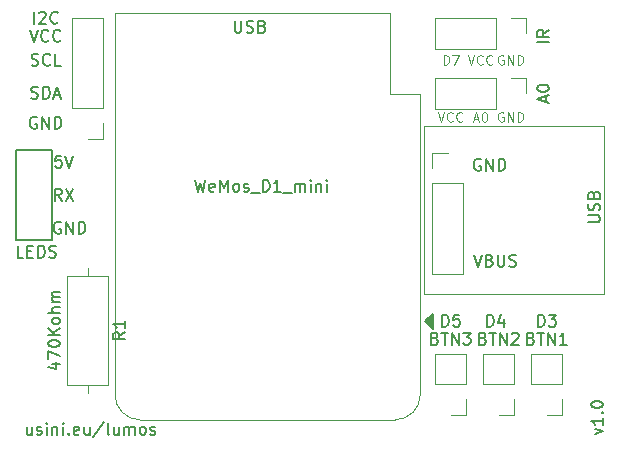
<source format=gbr>
G04 #@! TF.GenerationSoftware,KiCad,Pcbnew,(5.1.4)-1*
G04 #@! TF.CreationDate,2020-01-16T18:32:52+01:00*
G04 #@! TF.ProjectId,lumos-cache,6c756d6f-732d-4636-9163-68652e6b6963,rev?*
G04 #@! TF.SameCoordinates,Original*
G04 #@! TF.FileFunction,Legend,Top*
G04 #@! TF.FilePolarity,Positive*
%FSLAX46Y46*%
G04 Gerber Fmt 4.6, Leading zero omitted, Abs format (unit mm)*
G04 Created by KiCad (PCBNEW (5.1.4)-1) date 2020-01-16 18:32:52*
%MOMM*%
%LPD*%
G04 APERTURE LIST*
%ADD10C,0.150000*%
%ADD11C,0.120000*%
G04 APERTURE END LIST*
D10*
X113284095Y-40394000D02*
X113188857Y-40346380D01*
X113046000Y-40346380D01*
X112903142Y-40394000D01*
X112807904Y-40489238D01*
X112760285Y-40584476D01*
X112712666Y-40774952D01*
X112712666Y-40917809D01*
X112760285Y-41108285D01*
X112807904Y-41203523D01*
X112903142Y-41298761D01*
X113046000Y-41346380D01*
X113141238Y-41346380D01*
X113284095Y-41298761D01*
X113331714Y-41251142D01*
X113331714Y-40917809D01*
X113141238Y-40917809D01*
X113760285Y-41346380D02*
X113760285Y-40346380D01*
X114331714Y-41346380D01*
X114331714Y-40346380D01*
X114807904Y-41346380D02*
X114807904Y-40346380D01*
X115046000Y-40346380D01*
X115188857Y-40394000D01*
X115284095Y-40489238D01*
X115331714Y-40584476D01*
X115379333Y-40774952D01*
X115379333Y-40917809D01*
X115331714Y-41108285D01*
X115284095Y-41203523D01*
X115188857Y-41298761D01*
X115046000Y-41346380D01*
X114807904Y-41346380D01*
X112712666Y-32980380D02*
X113046000Y-33980380D01*
X113379333Y-32980380D01*
X114284095Y-33885142D02*
X114236476Y-33932761D01*
X114093619Y-33980380D01*
X113998380Y-33980380D01*
X113855523Y-33932761D01*
X113760285Y-33837523D01*
X113712666Y-33742285D01*
X113665047Y-33551809D01*
X113665047Y-33408952D01*
X113712666Y-33218476D01*
X113760285Y-33123238D01*
X113855523Y-33028000D01*
X113998380Y-32980380D01*
X114093619Y-32980380D01*
X114236476Y-33028000D01*
X114284095Y-33075619D01*
X115284095Y-33885142D02*
X115236476Y-33932761D01*
X115093619Y-33980380D01*
X114998380Y-33980380D01*
X114855523Y-33932761D01*
X114760285Y-33837523D01*
X114712666Y-33742285D01*
X114665047Y-33551809D01*
X114665047Y-33408952D01*
X114712666Y-33218476D01*
X114760285Y-33123238D01*
X114855523Y-33028000D01*
X114998380Y-32980380D01*
X115093619Y-32980380D01*
X115236476Y-33028000D01*
X115284095Y-33075619D01*
X112831714Y-38758761D02*
X112974571Y-38806380D01*
X113212666Y-38806380D01*
X113307904Y-38758761D01*
X113355523Y-38711142D01*
X113403142Y-38615904D01*
X113403142Y-38520666D01*
X113355523Y-38425428D01*
X113307904Y-38377809D01*
X113212666Y-38330190D01*
X113022190Y-38282571D01*
X112926952Y-38234952D01*
X112879333Y-38187333D01*
X112831714Y-38092095D01*
X112831714Y-37996857D01*
X112879333Y-37901619D01*
X112926952Y-37854000D01*
X113022190Y-37806380D01*
X113260285Y-37806380D01*
X113403142Y-37854000D01*
X113831714Y-38806380D02*
X113831714Y-37806380D01*
X114069809Y-37806380D01*
X114212666Y-37854000D01*
X114307904Y-37949238D01*
X114355523Y-38044476D01*
X114403142Y-38234952D01*
X114403142Y-38377809D01*
X114355523Y-38568285D01*
X114307904Y-38663523D01*
X114212666Y-38758761D01*
X114069809Y-38806380D01*
X113831714Y-38806380D01*
X114784095Y-38520666D02*
X115260285Y-38520666D01*
X114688857Y-38806380D02*
X115022190Y-37806380D01*
X115355523Y-38806380D01*
X112855523Y-35964761D02*
X112998380Y-36012380D01*
X113236476Y-36012380D01*
X113331714Y-35964761D01*
X113379333Y-35917142D01*
X113426952Y-35821904D01*
X113426952Y-35726666D01*
X113379333Y-35631428D01*
X113331714Y-35583809D01*
X113236476Y-35536190D01*
X113046000Y-35488571D01*
X112950761Y-35440952D01*
X112903142Y-35393333D01*
X112855523Y-35298095D01*
X112855523Y-35202857D01*
X112903142Y-35107619D01*
X112950761Y-35060000D01*
X113046000Y-35012380D01*
X113284095Y-35012380D01*
X113426952Y-35060000D01*
X114426952Y-35917142D02*
X114379333Y-35964761D01*
X114236476Y-36012380D01*
X114141238Y-36012380D01*
X113998380Y-35964761D01*
X113903142Y-35869523D01*
X113855523Y-35774285D01*
X113807904Y-35583809D01*
X113807904Y-35440952D01*
X113855523Y-35250476D01*
X113903142Y-35155238D01*
X113998380Y-35060000D01*
X114141238Y-35012380D01*
X114236476Y-35012380D01*
X114379333Y-35060000D01*
X114426952Y-35107619D01*
X115331714Y-36012380D02*
X114855523Y-36012380D01*
X114855523Y-35012380D01*
X160567714Y-67214571D02*
X161234380Y-66976476D01*
X160567714Y-66738380D01*
X161234380Y-65833619D02*
X161234380Y-66405047D01*
X161234380Y-66119333D02*
X160234380Y-66119333D01*
X160377238Y-66214571D01*
X160472476Y-66309809D01*
X160520095Y-66405047D01*
X161139142Y-65405047D02*
X161186761Y-65357428D01*
X161234380Y-65405047D01*
X161186761Y-65452666D01*
X161139142Y-65405047D01*
X161234380Y-65405047D01*
X160234380Y-64738380D02*
X160234380Y-64643142D01*
X160282000Y-64547904D01*
X160329619Y-64500285D01*
X160424857Y-64452666D01*
X160615333Y-64405047D01*
X160853428Y-64405047D01*
X161043904Y-64452666D01*
X161139142Y-64500285D01*
X161186761Y-64547904D01*
X161234380Y-64643142D01*
X161234380Y-64738380D01*
X161186761Y-64833619D01*
X161139142Y-64881238D01*
X161043904Y-64928857D01*
X160853428Y-64976476D01*
X160615333Y-64976476D01*
X160424857Y-64928857D01*
X160329619Y-64881238D01*
X160282000Y-64833619D01*
X160234380Y-64738380D01*
X112856000Y-66587714D02*
X112856000Y-67254380D01*
X112427428Y-66587714D02*
X112427428Y-67111523D01*
X112475047Y-67206761D01*
X112570285Y-67254380D01*
X112713142Y-67254380D01*
X112808380Y-67206761D01*
X112856000Y-67159142D01*
X113284571Y-67206761D02*
X113379809Y-67254380D01*
X113570285Y-67254380D01*
X113665523Y-67206761D01*
X113713142Y-67111523D01*
X113713142Y-67063904D01*
X113665523Y-66968666D01*
X113570285Y-66921047D01*
X113427428Y-66921047D01*
X113332190Y-66873428D01*
X113284571Y-66778190D01*
X113284571Y-66730571D01*
X113332190Y-66635333D01*
X113427428Y-66587714D01*
X113570285Y-66587714D01*
X113665523Y-66635333D01*
X114141714Y-67254380D02*
X114141714Y-66587714D01*
X114141714Y-66254380D02*
X114094095Y-66302000D01*
X114141714Y-66349619D01*
X114189333Y-66302000D01*
X114141714Y-66254380D01*
X114141714Y-66349619D01*
X114617904Y-66587714D02*
X114617904Y-67254380D01*
X114617904Y-66682952D02*
X114665523Y-66635333D01*
X114760761Y-66587714D01*
X114903619Y-66587714D01*
X114998857Y-66635333D01*
X115046476Y-66730571D01*
X115046476Y-67254380D01*
X115522666Y-67254380D02*
X115522666Y-66587714D01*
X115522666Y-66254380D02*
X115475047Y-66302000D01*
X115522666Y-66349619D01*
X115570285Y-66302000D01*
X115522666Y-66254380D01*
X115522666Y-66349619D01*
X115998857Y-67159142D02*
X116046476Y-67206761D01*
X115998857Y-67254380D01*
X115951238Y-67206761D01*
X115998857Y-67159142D01*
X115998857Y-67254380D01*
X116856000Y-67206761D02*
X116760761Y-67254380D01*
X116570285Y-67254380D01*
X116475047Y-67206761D01*
X116427428Y-67111523D01*
X116427428Y-66730571D01*
X116475047Y-66635333D01*
X116570285Y-66587714D01*
X116760761Y-66587714D01*
X116856000Y-66635333D01*
X116903619Y-66730571D01*
X116903619Y-66825809D01*
X116427428Y-66921047D01*
X117760761Y-66587714D02*
X117760761Y-67254380D01*
X117332190Y-66587714D02*
X117332190Y-67111523D01*
X117379809Y-67206761D01*
X117475047Y-67254380D01*
X117617904Y-67254380D01*
X117713142Y-67206761D01*
X117760761Y-67159142D01*
X118951238Y-66206761D02*
X118094095Y-67492476D01*
X119427428Y-67254380D02*
X119332190Y-67206761D01*
X119284571Y-67111523D01*
X119284571Y-66254380D01*
X120236952Y-66587714D02*
X120236952Y-67254380D01*
X119808380Y-66587714D02*
X119808380Y-67111523D01*
X119856000Y-67206761D01*
X119951238Y-67254380D01*
X120094095Y-67254380D01*
X120189333Y-67206761D01*
X120236952Y-67159142D01*
X120713142Y-67254380D02*
X120713142Y-66587714D01*
X120713142Y-66682952D02*
X120760761Y-66635333D01*
X120856000Y-66587714D01*
X120998857Y-66587714D01*
X121094095Y-66635333D01*
X121141714Y-66730571D01*
X121141714Y-67254380D01*
X121141714Y-66730571D02*
X121189333Y-66635333D01*
X121284571Y-66587714D01*
X121427428Y-66587714D01*
X121522666Y-66635333D01*
X121570285Y-66730571D01*
X121570285Y-67254380D01*
X122189333Y-67254380D02*
X122094095Y-67206761D01*
X122046476Y-67159142D01*
X121998857Y-67063904D01*
X121998857Y-66778190D01*
X122046476Y-66682952D01*
X122094095Y-66635333D01*
X122189333Y-66587714D01*
X122332190Y-66587714D01*
X122427428Y-66635333D01*
X122475047Y-66682952D01*
X122522666Y-66778190D01*
X122522666Y-67063904D01*
X122475047Y-67159142D01*
X122427428Y-67206761D01*
X122332190Y-67254380D01*
X122189333Y-67254380D01*
X122903619Y-67206761D02*
X122998857Y-67254380D01*
X123189333Y-67254380D01*
X123284571Y-67206761D01*
X123332190Y-67111523D01*
X123332190Y-67063904D01*
X123284571Y-66968666D01*
X123189333Y-66921047D01*
X123046476Y-66921047D01*
X122951238Y-66873428D01*
X122903619Y-66778190D01*
X122903619Y-66730571D01*
X122951238Y-66635333D01*
X123046476Y-66587714D01*
X123189333Y-66587714D01*
X123284571Y-66635333D01*
D11*
X152806476Y-35160000D02*
X152730285Y-35121904D01*
X152616000Y-35121904D01*
X152501714Y-35160000D01*
X152425523Y-35236190D01*
X152387428Y-35312380D01*
X152349333Y-35464761D01*
X152349333Y-35579047D01*
X152387428Y-35731428D01*
X152425523Y-35807619D01*
X152501714Y-35883809D01*
X152616000Y-35921904D01*
X152692190Y-35921904D01*
X152806476Y-35883809D01*
X152844571Y-35845714D01*
X152844571Y-35579047D01*
X152692190Y-35579047D01*
X153187428Y-35921904D02*
X153187428Y-35121904D01*
X153644571Y-35921904D01*
X153644571Y-35121904D01*
X154025523Y-35921904D02*
X154025523Y-35121904D01*
X154216000Y-35121904D01*
X154330285Y-35160000D01*
X154406476Y-35236190D01*
X154444571Y-35312380D01*
X154482666Y-35464761D01*
X154482666Y-35579047D01*
X154444571Y-35731428D01*
X154406476Y-35807619D01*
X154330285Y-35883809D01*
X154216000Y-35921904D01*
X154025523Y-35921904D01*
D10*
X155725904Y-58110380D02*
X155725904Y-57110380D01*
X155964000Y-57110380D01*
X156106857Y-57158000D01*
X156202095Y-57253238D01*
X156249714Y-57348476D01*
X156297333Y-57538952D01*
X156297333Y-57681809D01*
X156249714Y-57872285D01*
X156202095Y-57967523D01*
X156106857Y-58062761D01*
X155964000Y-58110380D01*
X155725904Y-58110380D01*
X156630666Y-57110380D02*
X157249714Y-57110380D01*
X156916380Y-57491333D01*
X157059238Y-57491333D01*
X157154476Y-57538952D01*
X157202095Y-57586571D01*
X157249714Y-57681809D01*
X157249714Y-57919904D01*
X157202095Y-58015142D01*
X157154476Y-58062761D01*
X157059238Y-58110380D01*
X156773523Y-58110380D01*
X156678285Y-58062761D01*
X156630666Y-58015142D01*
X151407904Y-58110380D02*
X151407904Y-57110380D01*
X151646000Y-57110380D01*
X151788857Y-57158000D01*
X151884095Y-57253238D01*
X151931714Y-57348476D01*
X151979333Y-57538952D01*
X151979333Y-57681809D01*
X151931714Y-57872285D01*
X151884095Y-57967523D01*
X151788857Y-58062761D01*
X151646000Y-58110380D01*
X151407904Y-58110380D01*
X152836476Y-57443714D02*
X152836476Y-58110380D01*
X152598380Y-57062761D02*
X152360285Y-57777047D01*
X152979333Y-57777047D01*
X147597904Y-58110380D02*
X147597904Y-57110380D01*
X147836000Y-57110380D01*
X147978857Y-57158000D01*
X148074095Y-57253238D01*
X148121714Y-57348476D01*
X148169333Y-57538952D01*
X148169333Y-57681809D01*
X148121714Y-57872285D01*
X148074095Y-57967523D01*
X147978857Y-58062761D01*
X147836000Y-58110380D01*
X147597904Y-58110380D01*
X149074095Y-57110380D02*
X148597904Y-57110380D01*
X148550285Y-57586571D01*
X148597904Y-57538952D01*
X148693142Y-57491333D01*
X148931238Y-57491333D01*
X149026476Y-57538952D01*
X149074095Y-57586571D01*
X149121714Y-57681809D01*
X149121714Y-57919904D01*
X149074095Y-58015142D01*
X149026476Y-58062761D01*
X148931238Y-58110380D01*
X148693142Y-58110380D01*
X148597904Y-58062761D01*
X148550285Y-58015142D01*
D11*
X150304571Y-40519333D02*
X150685523Y-40519333D01*
X150228380Y-40747904D02*
X150495047Y-39947904D01*
X150761714Y-40747904D01*
X151180761Y-39947904D02*
X151256952Y-39947904D01*
X151333142Y-39986000D01*
X151371238Y-40024095D01*
X151409333Y-40100285D01*
X151447428Y-40252666D01*
X151447428Y-40443142D01*
X151409333Y-40595523D01*
X151371238Y-40671714D01*
X151333142Y-40709809D01*
X151256952Y-40747904D01*
X151180761Y-40747904D01*
X151104571Y-40709809D01*
X151066476Y-40671714D01*
X151028380Y-40595523D01*
X150990285Y-40443142D01*
X150990285Y-40252666D01*
X151028380Y-40100285D01*
X151066476Y-40024095D01*
X151104571Y-39986000D01*
X151180761Y-39947904D01*
X152806476Y-39986000D02*
X152730285Y-39947904D01*
X152616000Y-39947904D01*
X152501714Y-39986000D01*
X152425523Y-40062190D01*
X152387428Y-40138380D01*
X152349333Y-40290761D01*
X152349333Y-40405047D01*
X152387428Y-40557428D01*
X152425523Y-40633619D01*
X152501714Y-40709809D01*
X152616000Y-40747904D01*
X152692190Y-40747904D01*
X152806476Y-40709809D01*
X152844571Y-40671714D01*
X152844571Y-40405047D01*
X152692190Y-40405047D01*
X153187428Y-40747904D02*
X153187428Y-39947904D01*
X153644571Y-40747904D01*
X153644571Y-39947904D01*
X154025523Y-40747904D02*
X154025523Y-39947904D01*
X154216000Y-39947904D01*
X154330285Y-39986000D01*
X154406476Y-40062190D01*
X154444571Y-40138380D01*
X154482666Y-40290761D01*
X154482666Y-40405047D01*
X154444571Y-40557428D01*
X154406476Y-40633619D01*
X154330285Y-40709809D01*
X154216000Y-40747904D01*
X154025523Y-40747904D01*
X147269333Y-39947904D02*
X147536000Y-40747904D01*
X147802666Y-39947904D01*
X148526476Y-40671714D02*
X148488380Y-40709809D01*
X148374095Y-40747904D01*
X148297904Y-40747904D01*
X148183619Y-40709809D01*
X148107428Y-40633619D01*
X148069333Y-40557428D01*
X148031238Y-40405047D01*
X148031238Y-40290761D01*
X148069333Y-40138380D01*
X148107428Y-40062190D01*
X148183619Y-39986000D01*
X148297904Y-39947904D01*
X148374095Y-39947904D01*
X148488380Y-39986000D01*
X148526476Y-40024095D01*
X149326476Y-40671714D02*
X149288380Y-40709809D01*
X149174095Y-40747904D01*
X149097904Y-40747904D01*
X148983619Y-40709809D01*
X148907428Y-40633619D01*
X148869333Y-40557428D01*
X148831238Y-40405047D01*
X148831238Y-40290761D01*
X148869333Y-40138380D01*
X148907428Y-40062190D01*
X148983619Y-39986000D01*
X149097904Y-39947904D01*
X149174095Y-39947904D01*
X149288380Y-39986000D01*
X149326476Y-40024095D01*
X149809333Y-35121904D02*
X150076000Y-35921904D01*
X150342666Y-35121904D01*
X151066476Y-35845714D02*
X151028380Y-35883809D01*
X150914095Y-35921904D01*
X150837904Y-35921904D01*
X150723619Y-35883809D01*
X150647428Y-35807619D01*
X150609333Y-35731428D01*
X150571238Y-35579047D01*
X150571238Y-35464761D01*
X150609333Y-35312380D01*
X150647428Y-35236190D01*
X150723619Y-35160000D01*
X150837904Y-35121904D01*
X150914095Y-35121904D01*
X151028380Y-35160000D01*
X151066476Y-35198095D01*
X151866476Y-35845714D02*
X151828380Y-35883809D01*
X151714095Y-35921904D01*
X151637904Y-35921904D01*
X151523619Y-35883809D01*
X151447428Y-35807619D01*
X151409333Y-35731428D01*
X151371238Y-35579047D01*
X151371238Y-35464761D01*
X151409333Y-35312380D01*
X151447428Y-35236190D01*
X151523619Y-35160000D01*
X151637904Y-35121904D01*
X151714095Y-35121904D01*
X151828380Y-35160000D01*
X151866476Y-35198095D01*
X147745523Y-35921904D02*
X147745523Y-35121904D01*
X147936000Y-35121904D01*
X148050285Y-35160000D01*
X148126476Y-35236190D01*
X148164571Y-35312380D01*
X148202666Y-35464761D01*
X148202666Y-35579047D01*
X148164571Y-35731428D01*
X148126476Y-35807619D01*
X148050285Y-35883809D01*
X147936000Y-35921904D01*
X147745523Y-35921904D01*
X148469333Y-35121904D02*
X149002666Y-35121904D01*
X148659809Y-35921904D01*
D10*
X130056095Y-32218380D02*
X130056095Y-33027904D01*
X130103714Y-33123142D01*
X130151333Y-33170761D01*
X130246571Y-33218380D01*
X130437047Y-33218380D01*
X130532285Y-33170761D01*
X130579904Y-33123142D01*
X130627523Y-33027904D01*
X130627523Y-32218380D01*
X131056095Y-33170761D02*
X131198952Y-33218380D01*
X131437047Y-33218380D01*
X131532285Y-33170761D01*
X131579904Y-33123142D01*
X131627523Y-33027904D01*
X131627523Y-32932666D01*
X131579904Y-32837428D01*
X131532285Y-32789809D01*
X131437047Y-32742190D01*
X131246571Y-32694571D01*
X131151333Y-32646952D01*
X131103714Y-32599333D01*
X131056095Y-32504095D01*
X131056095Y-32408857D01*
X131103714Y-32313619D01*
X131151333Y-32266000D01*
X131246571Y-32218380D01*
X131484666Y-32218380D01*
X131627523Y-32266000D01*
X132389428Y-32694571D02*
X132532285Y-32742190D01*
X132579904Y-32789809D01*
X132627523Y-32885047D01*
X132627523Y-33027904D01*
X132579904Y-33123142D01*
X132532285Y-33170761D01*
X132437047Y-33218380D01*
X132056095Y-33218380D01*
X132056095Y-32218380D01*
X132389428Y-32218380D01*
X132484666Y-32266000D01*
X132532285Y-32313619D01*
X132579904Y-32408857D01*
X132579904Y-32504095D01*
X132532285Y-32599333D01*
X132484666Y-32646952D01*
X132389428Y-32694571D01*
X132056095Y-32694571D01*
X150312666Y-52030380D02*
X150646000Y-53030380D01*
X150979333Y-52030380D01*
X151646000Y-52506571D02*
X151788857Y-52554190D01*
X151836476Y-52601809D01*
X151884095Y-52697047D01*
X151884095Y-52839904D01*
X151836476Y-52935142D01*
X151788857Y-52982761D01*
X151693619Y-53030380D01*
X151312666Y-53030380D01*
X151312666Y-52030380D01*
X151646000Y-52030380D01*
X151741238Y-52078000D01*
X151788857Y-52125619D01*
X151836476Y-52220857D01*
X151836476Y-52316095D01*
X151788857Y-52411333D01*
X151741238Y-52458952D01*
X151646000Y-52506571D01*
X151312666Y-52506571D01*
X152312666Y-52030380D02*
X152312666Y-52839904D01*
X152360285Y-52935142D01*
X152407904Y-52982761D01*
X152503142Y-53030380D01*
X152693619Y-53030380D01*
X152788857Y-52982761D01*
X152836476Y-52935142D01*
X152884095Y-52839904D01*
X152884095Y-52030380D01*
X153312666Y-52982761D02*
X153455523Y-53030380D01*
X153693619Y-53030380D01*
X153788857Y-52982761D01*
X153836476Y-52935142D01*
X153884095Y-52839904D01*
X153884095Y-52744666D01*
X153836476Y-52649428D01*
X153788857Y-52601809D01*
X153693619Y-52554190D01*
X153503142Y-52506571D01*
X153407904Y-52458952D01*
X153360285Y-52411333D01*
X153312666Y-52316095D01*
X153312666Y-52220857D01*
X153360285Y-52125619D01*
X153407904Y-52078000D01*
X153503142Y-52030380D01*
X153741238Y-52030380D01*
X153884095Y-52078000D01*
X150876095Y-43950000D02*
X150780857Y-43902380D01*
X150638000Y-43902380D01*
X150495142Y-43950000D01*
X150399904Y-44045238D01*
X150352285Y-44140476D01*
X150304666Y-44330952D01*
X150304666Y-44473809D01*
X150352285Y-44664285D01*
X150399904Y-44759523D01*
X150495142Y-44854761D01*
X150638000Y-44902380D01*
X150733238Y-44902380D01*
X150876095Y-44854761D01*
X150923714Y-44807142D01*
X150923714Y-44473809D01*
X150733238Y-44473809D01*
X151352285Y-44902380D02*
X151352285Y-43902380D01*
X151923714Y-44902380D01*
X151923714Y-43902380D01*
X152399904Y-44902380D02*
X152399904Y-43902380D01*
X152638000Y-43902380D01*
X152780857Y-43950000D01*
X152876095Y-44045238D01*
X152923714Y-44140476D01*
X152971333Y-44330952D01*
X152971333Y-44473809D01*
X152923714Y-44664285D01*
X152876095Y-44759523D01*
X152780857Y-44854761D01*
X152638000Y-44902380D01*
X152399904Y-44902380D01*
X159980380Y-49267904D02*
X160789904Y-49267904D01*
X160885142Y-49220285D01*
X160932761Y-49172666D01*
X160980380Y-49077428D01*
X160980380Y-48886952D01*
X160932761Y-48791714D01*
X160885142Y-48744095D01*
X160789904Y-48696476D01*
X159980380Y-48696476D01*
X160932761Y-48267904D02*
X160980380Y-48125047D01*
X160980380Y-47886952D01*
X160932761Y-47791714D01*
X160885142Y-47744095D01*
X160789904Y-47696476D01*
X160694666Y-47696476D01*
X160599428Y-47744095D01*
X160551809Y-47791714D01*
X160504190Y-47886952D01*
X160456571Y-48077428D01*
X160408952Y-48172666D01*
X160361333Y-48220285D01*
X160266095Y-48267904D01*
X160170857Y-48267904D01*
X160075619Y-48220285D01*
X160028000Y-48172666D01*
X159980380Y-48077428D01*
X159980380Y-47839333D01*
X160028000Y-47696476D01*
X160456571Y-46934571D02*
X160504190Y-46791714D01*
X160551809Y-46744095D01*
X160647047Y-46696476D01*
X160789904Y-46696476D01*
X160885142Y-46744095D01*
X160932761Y-46791714D01*
X160980380Y-46886952D01*
X160980380Y-47267904D01*
X159980380Y-47267904D01*
X159980380Y-46934571D01*
X160028000Y-46839333D01*
X160075619Y-46791714D01*
X160170857Y-46744095D01*
X160266095Y-46744095D01*
X160361333Y-46791714D01*
X160408952Y-46839333D01*
X160456571Y-46934571D01*
X160456571Y-47267904D01*
D11*
X146752000Y-43374000D02*
X148082000Y-43374000D01*
X146752000Y-44704000D02*
X146752000Y-43374000D01*
X146752000Y-45974000D02*
X149412000Y-45974000D01*
X149412000Y-45974000D02*
X149412000Y-53654000D01*
X146752000Y-45974000D02*
X146752000Y-53654000D01*
X146752000Y-53654000D02*
X149412000Y-53654000D01*
X146050000Y-41148000D02*
X146050000Y-55372000D01*
X146050000Y-55372000D02*
X161290000Y-55372000D01*
X161290000Y-55372000D02*
X161290000Y-41148000D01*
X161290000Y-41148000D02*
X146050000Y-41148000D01*
X117602000Y-63730000D02*
X117602000Y-63040000D01*
X117602000Y-53110000D02*
X117602000Y-53800000D01*
X119322000Y-63040000D02*
X119322000Y-53800000D01*
X115882000Y-63040000D02*
X119322000Y-63040000D01*
X115882000Y-53800000D02*
X115882000Y-63040000D01*
X119322000Y-53800000D02*
X115882000Y-53800000D01*
X122042000Y-65998000D02*
G75*
G02X119912000Y-63868000I0J2130000D01*
G01*
X145772000Y-63868000D02*
G75*
G02X143642000Y-65998000I-2130000J0D01*
G01*
X143232000Y-38438000D02*
X143232000Y-31538000D01*
X145772000Y-38438000D02*
X143232000Y-38438000D01*
D10*
G36*
X146812000Y-58293000D02*
G01*
X146812000Y-57023000D01*
X146177000Y-57658000D01*
X146812000Y-58293000D01*
G37*
X146812000Y-58293000D02*
X146812000Y-57023000D01*
X146177000Y-57658000D01*
X146812000Y-58293000D01*
D11*
X122032000Y-65998000D02*
X143642000Y-65998000D01*
X119912000Y-31538000D02*
X119912000Y-63868000D01*
X145772000Y-38438000D02*
X145772000Y-63868000D01*
X143232000Y-31538000D02*
X119912000Y-31538000D01*
X149666000Y-65592000D02*
X148336000Y-65592000D01*
X149666000Y-64262000D02*
X149666000Y-65592000D01*
X149666000Y-62992000D02*
X147006000Y-62992000D01*
X147006000Y-62992000D02*
X147006000Y-60392000D01*
X149666000Y-62992000D02*
X149666000Y-60392000D01*
X149666000Y-60392000D02*
X147006000Y-60392000D01*
X153730000Y-65592000D02*
X152400000Y-65592000D01*
X153730000Y-64262000D02*
X153730000Y-65592000D01*
X153730000Y-62992000D02*
X151070000Y-62992000D01*
X151070000Y-62992000D02*
X151070000Y-60392000D01*
X153730000Y-62992000D02*
X153730000Y-60392000D01*
X153730000Y-60392000D02*
X151070000Y-60392000D01*
X157794000Y-65592000D02*
X156464000Y-65592000D01*
X157794000Y-64262000D02*
X157794000Y-65592000D01*
X157794000Y-62992000D02*
X155134000Y-62992000D01*
X155134000Y-62992000D02*
X155134000Y-60392000D01*
X157794000Y-62992000D02*
X157794000Y-60392000D01*
X157794000Y-60392000D02*
X155134000Y-60392000D01*
X154746000Y-31944000D02*
X154746000Y-33274000D01*
X153416000Y-31944000D02*
X154746000Y-31944000D01*
X152146000Y-31944000D02*
X152146000Y-34604000D01*
X152146000Y-34604000D02*
X147006000Y-34604000D01*
X152146000Y-31944000D02*
X147006000Y-31944000D01*
X147006000Y-31944000D02*
X147006000Y-34604000D01*
X118932000Y-42224000D02*
X117602000Y-42224000D01*
X118932000Y-40894000D02*
X118932000Y-42224000D01*
X118932000Y-39624000D02*
X116272000Y-39624000D01*
X116272000Y-39624000D02*
X116272000Y-31944000D01*
X118932000Y-39624000D02*
X118932000Y-31944000D01*
X118932000Y-31944000D02*
X116272000Y-31944000D01*
X154746000Y-37024000D02*
X154746000Y-38354000D01*
X153416000Y-37024000D02*
X154746000Y-37024000D01*
X152146000Y-37024000D02*
X152146000Y-39684000D01*
X152146000Y-39684000D02*
X147006000Y-39684000D01*
X152146000Y-37024000D02*
X147006000Y-37024000D01*
X147006000Y-37024000D02*
X147006000Y-39684000D01*
D10*
X111506000Y-50800000D02*
X111506000Y-43180000D01*
X114554000Y-43180000D02*
X114554000Y-50800000D01*
X114554000Y-43180000D02*
X111506000Y-43180000D01*
X114554000Y-50800000D02*
X111506000Y-50800000D01*
X120774380Y-58586666D02*
X120298190Y-58920000D01*
X120774380Y-59158095D02*
X119774380Y-59158095D01*
X119774380Y-58777142D01*
X119822000Y-58681904D01*
X119869619Y-58634285D01*
X119964857Y-58586666D01*
X120107714Y-58586666D01*
X120202952Y-58634285D01*
X120250571Y-58681904D01*
X120298190Y-58777142D01*
X120298190Y-59158095D01*
X120774380Y-57634285D02*
X120774380Y-58205714D01*
X120774380Y-57920000D02*
X119774380Y-57920000D01*
X119917238Y-58015238D01*
X120012476Y-58110476D01*
X120060095Y-58205714D01*
X114593714Y-61253333D02*
X115260380Y-61253333D01*
X114212761Y-61491428D02*
X114927047Y-61729523D01*
X114927047Y-61110476D01*
X114260380Y-60824761D02*
X114260380Y-60158095D01*
X115260380Y-60586666D01*
X114260380Y-59586666D02*
X114260380Y-59491428D01*
X114308000Y-59396190D01*
X114355619Y-59348571D01*
X114450857Y-59300952D01*
X114641333Y-59253333D01*
X114879428Y-59253333D01*
X115069904Y-59300952D01*
X115165142Y-59348571D01*
X115212761Y-59396190D01*
X115260380Y-59491428D01*
X115260380Y-59586666D01*
X115212761Y-59681904D01*
X115165142Y-59729523D01*
X115069904Y-59777142D01*
X114879428Y-59824761D01*
X114641333Y-59824761D01*
X114450857Y-59777142D01*
X114355619Y-59729523D01*
X114308000Y-59681904D01*
X114260380Y-59586666D01*
X115260380Y-58824761D02*
X114260380Y-58824761D01*
X115260380Y-58253333D02*
X114688952Y-58681904D01*
X114260380Y-58253333D02*
X114831809Y-58824761D01*
X115260380Y-57681904D02*
X115212761Y-57777142D01*
X115165142Y-57824761D01*
X115069904Y-57872380D01*
X114784190Y-57872380D01*
X114688952Y-57824761D01*
X114641333Y-57777142D01*
X114593714Y-57681904D01*
X114593714Y-57539047D01*
X114641333Y-57443809D01*
X114688952Y-57396190D01*
X114784190Y-57348571D01*
X115069904Y-57348571D01*
X115165142Y-57396190D01*
X115212761Y-57443809D01*
X115260380Y-57539047D01*
X115260380Y-57681904D01*
X115260380Y-56920000D02*
X114260380Y-56920000D01*
X115260380Y-56491428D02*
X114736571Y-56491428D01*
X114641333Y-56539047D01*
X114593714Y-56634285D01*
X114593714Y-56777142D01*
X114641333Y-56872380D01*
X114688952Y-56920000D01*
X115260380Y-56015238D02*
X114593714Y-56015238D01*
X114688952Y-56015238D02*
X114641333Y-55967619D01*
X114593714Y-55872380D01*
X114593714Y-55729523D01*
X114641333Y-55634285D01*
X114736571Y-55586666D01*
X115260380Y-55586666D01*
X114736571Y-55586666D02*
X114641333Y-55539047D01*
X114593714Y-55443809D01*
X114593714Y-55300952D01*
X114641333Y-55205714D01*
X114736571Y-55158095D01*
X115260380Y-55158095D01*
X126714952Y-45680380D02*
X126953047Y-46680380D01*
X127143523Y-45966095D01*
X127334000Y-46680380D01*
X127572095Y-45680380D01*
X128334000Y-46632761D02*
X128238761Y-46680380D01*
X128048285Y-46680380D01*
X127953047Y-46632761D01*
X127905428Y-46537523D01*
X127905428Y-46156571D01*
X127953047Y-46061333D01*
X128048285Y-46013714D01*
X128238761Y-46013714D01*
X128334000Y-46061333D01*
X128381619Y-46156571D01*
X128381619Y-46251809D01*
X127905428Y-46347047D01*
X128810190Y-46680380D02*
X128810190Y-45680380D01*
X129143523Y-46394666D01*
X129476857Y-45680380D01*
X129476857Y-46680380D01*
X130095904Y-46680380D02*
X130000666Y-46632761D01*
X129953047Y-46585142D01*
X129905428Y-46489904D01*
X129905428Y-46204190D01*
X129953047Y-46108952D01*
X130000666Y-46061333D01*
X130095904Y-46013714D01*
X130238761Y-46013714D01*
X130334000Y-46061333D01*
X130381619Y-46108952D01*
X130429238Y-46204190D01*
X130429238Y-46489904D01*
X130381619Y-46585142D01*
X130334000Y-46632761D01*
X130238761Y-46680380D01*
X130095904Y-46680380D01*
X130810190Y-46632761D02*
X130905428Y-46680380D01*
X131095904Y-46680380D01*
X131191142Y-46632761D01*
X131238761Y-46537523D01*
X131238761Y-46489904D01*
X131191142Y-46394666D01*
X131095904Y-46347047D01*
X130953047Y-46347047D01*
X130857809Y-46299428D01*
X130810190Y-46204190D01*
X130810190Y-46156571D01*
X130857809Y-46061333D01*
X130953047Y-46013714D01*
X131095904Y-46013714D01*
X131191142Y-46061333D01*
X131429238Y-46775619D02*
X132191142Y-46775619D01*
X132429238Y-46680380D02*
X132429238Y-45680380D01*
X132667333Y-45680380D01*
X132810190Y-45728000D01*
X132905428Y-45823238D01*
X132953047Y-45918476D01*
X133000666Y-46108952D01*
X133000666Y-46251809D01*
X132953047Y-46442285D01*
X132905428Y-46537523D01*
X132810190Y-46632761D01*
X132667333Y-46680380D01*
X132429238Y-46680380D01*
X133953047Y-46680380D02*
X133381619Y-46680380D01*
X133667333Y-46680380D02*
X133667333Y-45680380D01*
X133572095Y-45823238D01*
X133476857Y-45918476D01*
X133381619Y-45966095D01*
X134143523Y-46775619D02*
X134905428Y-46775619D01*
X135143523Y-46680380D02*
X135143523Y-46013714D01*
X135143523Y-46108952D02*
X135191142Y-46061333D01*
X135286380Y-46013714D01*
X135429238Y-46013714D01*
X135524476Y-46061333D01*
X135572095Y-46156571D01*
X135572095Y-46680380D01*
X135572095Y-46156571D02*
X135619714Y-46061333D01*
X135714952Y-46013714D01*
X135857809Y-46013714D01*
X135953047Y-46061333D01*
X136000666Y-46156571D01*
X136000666Y-46680380D01*
X136476857Y-46680380D02*
X136476857Y-46013714D01*
X136476857Y-45680380D02*
X136429238Y-45728000D01*
X136476857Y-45775619D01*
X136524476Y-45728000D01*
X136476857Y-45680380D01*
X136476857Y-45775619D01*
X136953047Y-46013714D02*
X136953047Y-46680380D01*
X136953047Y-46108952D02*
X137000666Y-46061333D01*
X137095904Y-46013714D01*
X137238761Y-46013714D01*
X137334000Y-46061333D01*
X137381619Y-46156571D01*
X137381619Y-46680380D01*
X137857809Y-46680380D02*
X137857809Y-46013714D01*
X137857809Y-45680380D02*
X137810190Y-45728000D01*
X137857809Y-45775619D01*
X137905428Y-45728000D01*
X137857809Y-45680380D01*
X137857809Y-45775619D01*
X147026476Y-59110571D02*
X147169333Y-59158190D01*
X147216952Y-59205809D01*
X147264571Y-59301047D01*
X147264571Y-59443904D01*
X147216952Y-59539142D01*
X147169333Y-59586761D01*
X147074095Y-59634380D01*
X146693142Y-59634380D01*
X146693142Y-58634380D01*
X147026476Y-58634380D01*
X147121714Y-58682000D01*
X147169333Y-58729619D01*
X147216952Y-58824857D01*
X147216952Y-58920095D01*
X147169333Y-59015333D01*
X147121714Y-59062952D01*
X147026476Y-59110571D01*
X146693142Y-59110571D01*
X147550285Y-58634380D02*
X148121714Y-58634380D01*
X147836000Y-59634380D02*
X147836000Y-58634380D01*
X148455047Y-59634380D02*
X148455047Y-58634380D01*
X149026476Y-59634380D01*
X149026476Y-58634380D01*
X149407428Y-58634380D02*
X150026476Y-58634380D01*
X149693142Y-59015333D01*
X149836000Y-59015333D01*
X149931238Y-59062952D01*
X149978857Y-59110571D01*
X150026476Y-59205809D01*
X150026476Y-59443904D01*
X149978857Y-59539142D01*
X149931238Y-59586761D01*
X149836000Y-59634380D01*
X149550285Y-59634380D01*
X149455047Y-59586761D01*
X149407428Y-59539142D01*
X151090476Y-59110571D02*
X151233333Y-59158190D01*
X151280952Y-59205809D01*
X151328571Y-59301047D01*
X151328571Y-59443904D01*
X151280952Y-59539142D01*
X151233333Y-59586761D01*
X151138095Y-59634380D01*
X150757142Y-59634380D01*
X150757142Y-58634380D01*
X151090476Y-58634380D01*
X151185714Y-58682000D01*
X151233333Y-58729619D01*
X151280952Y-58824857D01*
X151280952Y-58920095D01*
X151233333Y-59015333D01*
X151185714Y-59062952D01*
X151090476Y-59110571D01*
X150757142Y-59110571D01*
X151614285Y-58634380D02*
X152185714Y-58634380D01*
X151900000Y-59634380D02*
X151900000Y-58634380D01*
X152519047Y-59634380D02*
X152519047Y-58634380D01*
X153090476Y-59634380D01*
X153090476Y-58634380D01*
X153519047Y-58729619D02*
X153566666Y-58682000D01*
X153661904Y-58634380D01*
X153900000Y-58634380D01*
X153995238Y-58682000D01*
X154042857Y-58729619D01*
X154090476Y-58824857D01*
X154090476Y-58920095D01*
X154042857Y-59062952D01*
X153471428Y-59634380D01*
X154090476Y-59634380D01*
X155154476Y-59110571D02*
X155297333Y-59158190D01*
X155344952Y-59205809D01*
X155392571Y-59301047D01*
X155392571Y-59443904D01*
X155344952Y-59539142D01*
X155297333Y-59586761D01*
X155202095Y-59634380D01*
X154821142Y-59634380D01*
X154821142Y-58634380D01*
X155154476Y-58634380D01*
X155249714Y-58682000D01*
X155297333Y-58729619D01*
X155344952Y-58824857D01*
X155344952Y-58920095D01*
X155297333Y-59015333D01*
X155249714Y-59062952D01*
X155154476Y-59110571D01*
X154821142Y-59110571D01*
X155678285Y-58634380D02*
X156249714Y-58634380D01*
X155964000Y-59634380D02*
X155964000Y-58634380D01*
X156583047Y-59634380D02*
X156583047Y-58634380D01*
X157154476Y-59634380D01*
X157154476Y-58634380D01*
X158154476Y-59634380D02*
X157583047Y-59634380D01*
X157868761Y-59634380D02*
X157868761Y-58634380D01*
X157773523Y-58777238D01*
X157678285Y-58872476D01*
X157583047Y-58920095D01*
X156662380Y-34028000D02*
X155662380Y-34028000D01*
X156662380Y-32980380D02*
X156186190Y-33313714D01*
X156662380Y-33551809D02*
X155662380Y-33551809D01*
X155662380Y-33170857D01*
X155710000Y-33075619D01*
X155757619Y-33028000D01*
X155852857Y-32980380D01*
X155995714Y-32980380D01*
X156090952Y-33028000D01*
X156138571Y-33075619D01*
X156186190Y-33170857D01*
X156186190Y-33551809D01*
X113069809Y-32456380D02*
X113069809Y-31456380D01*
X113498380Y-31551619D02*
X113546000Y-31504000D01*
X113641238Y-31456380D01*
X113879333Y-31456380D01*
X113974571Y-31504000D01*
X114022190Y-31551619D01*
X114069809Y-31646857D01*
X114069809Y-31742095D01*
X114022190Y-31884952D01*
X113450761Y-32456380D01*
X114069809Y-32456380D01*
X115069809Y-32361142D02*
X115022190Y-32408761D01*
X114879333Y-32456380D01*
X114784095Y-32456380D01*
X114641238Y-32408761D01*
X114546000Y-32313523D01*
X114498380Y-32218285D01*
X114450761Y-32027809D01*
X114450761Y-31884952D01*
X114498380Y-31694476D01*
X114546000Y-31599238D01*
X114641238Y-31504000D01*
X114784095Y-31456380D01*
X114879333Y-31456380D01*
X115022190Y-31504000D01*
X115069809Y-31551619D01*
X156376666Y-39068285D02*
X156376666Y-38592095D01*
X156662380Y-39163523D02*
X155662380Y-38830190D01*
X156662380Y-38496857D01*
X155662380Y-37973047D02*
X155662380Y-37877809D01*
X155710000Y-37782571D01*
X155757619Y-37734952D01*
X155852857Y-37687333D01*
X156043333Y-37639714D01*
X156281428Y-37639714D01*
X156471904Y-37687333D01*
X156567142Y-37734952D01*
X156614761Y-37782571D01*
X156662380Y-37877809D01*
X156662380Y-37973047D01*
X156614761Y-38068285D01*
X156567142Y-38115904D01*
X156471904Y-38163523D01*
X156281428Y-38211142D01*
X156043333Y-38211142D01*
X155852857Y-38163523D01*
X155757619Y-38115904D01*
X155710000Y-38068285D01*
X155662380Y-37973047D01*
X112164952Y-52268380D02*
X111688761Y-52268380D01*
X111688761Y-51268380D01*
X112498285Y-51744571D02*
X112831619Y-51744571D01*
X112974476Y-52268380D02*
X112498285Y-52268380D01*
X112498285Y-51268380D01*
X112974476Y-51268380D01*
X113403047Y-52268380D02*
X113403047Y-51268380D01*
X113641142Y-51268380D01*
X113784000Y-51316000D01*
X113879238Y-51411238D01*
X113926857Y-51506476D01*
X113974476Y-51696952D01*
X113974476Y-51839809D01*
X113926857Y-52030285D01*
X113879238Y-52125523D01*
X113784000Y-52220761D01*
X113641142Y-52268380D01*
X113403047Y-52268380D01*
X114355428Y-52220761D02*
X114498285Y-52268380D01*
X114736380Y-52268380D01*
X114831619Y-52220761D01*
X114879238Y-52173142D01*
X114926857Y-52077904D01*
X114926857Y-51982666D01*
X114879238Y-51887428D01*
X114831619Y-51839809D01*
X114736380Y-51792190D01*
X114545904Y-51744571D01*
X114450666Y-51696952D01*
X114403047Y-51649333D01*
X114355428Y-51554095D01*
X114355428Y-51458857D01*
X114403047Y-51363619D01*
X114450666Y-51316000D01*
X114545904Y-51268380D01*
X114784000Y-51268380D01*
X114926857Y-51316000D01*
X115379523Y-43648380D02*
X114903333Y-43648380D01*
X114855714Y-44124571D01*
X114903333Y-44076952D01*
X114998571Y-44029333D01*
X115236666Y-44029333D01*
X115331904Y-44076952D01*
X115379523Y-44124571D01*
X115427142Y-44219809D01*
X115427142Y-44457904D01*
X115379523Y-44553142D01*
X115331904Y-44600761D01*
X115236666Y-44648380D01*
X114998571Y-44648380D01*
X114903333Y-44600761D01*
X114855714Y-44553142D01*
X115712857Y-43648380D02*
X116046190Y-44648380D01*
X116379523Y-43648380D01*
X115316095Y-49284000D02*
X115220857Y-49236380D01*
X115078000Y-49236380D01*
X114935142Y-49284000D01*
X114839904Y-49379238D01*
X114792285Y-49474476D01*
X114744666Y-49664952D01*
X114744666Y-49807809D01*
X114792285Y-49998285D01*
X114839904Y-50093523D01*
X114935142Y-50188761D01*
X115078000Y-50236380D01*
X115173238Y-50236380D01*
X115316095Y-50188761D01*
X115363714Y-50141142D01*
X115363714Y-49807809D01*
X115173238Y-49807809D01*
X115792285Y-50236380D02*
X115792285Y-49236380D01*
X116363714Y-50236380D01*
X116363714Y-49236380D01*
X116839904Y-50236380D02*
X116839904Y-49236380D01*
X117078000Y-49236380D01*
X117220857Y-49284000D01*
X117316095Y-49379238D01*
X117363714Y-49474476D01*
X117411333Y-49664952D01*
X117411333Y-49807809D01*
X117363714Y-49998285D01*
X117316095Y-50093523D01*
X117220857Y-50188761D01*
X117078000Y-50236380D01*
X116839904Y-50236380D01*
X115403333Y-47442380D02*
X115070000Y-46966190D01*
X114831904Y-47442380D02*
X114831904Y-46442380D01*
X115212857Y-46442380D01*
X115308095Y-46490000D01*
X115355714Y-46537619D01*
X115403333Y-46632857D01*
X115403333Y-46775714D01*
X115355714Y-46870952D01*
X115308095Y-46918571D01*
X115212857Y-46966190D01*
X114831904Y-46966190D01*
X115736666Y-46442380D02*
X116403333Y-47442380D01*
X116403333Y-46442380D02*
X115736666Y-47442380D01*
M02*

</source>
